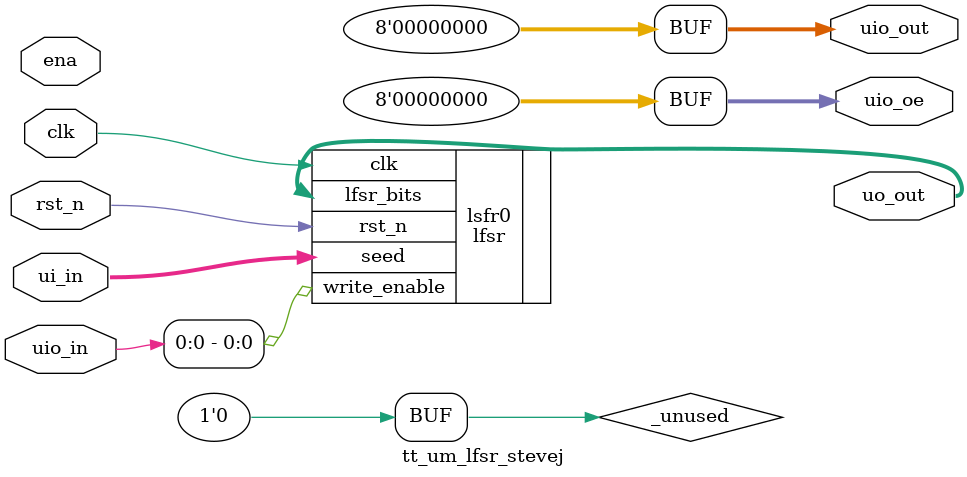
<source format=v>
/*
 * Copyright (c) 2024 Your Name
 * SPDX-License-Identifier: Apache-2.0
 */

`default_nettype none

`include "lfsr.sv"

module tt_um_lfsr_stevej (
    input  wire [7:0] ui_in,    // Dedicated inputs
    output wire [7:0] uo_out,   // Dedicated outputs
    input  wire [7:0] uio_in,   // IOs: Input path
    output wire [7:0] uio_out,  // IOs: Output path
    output wire [7:0] uio_oe,   // IOs: Enable path (active high: 0=input, 1=output)
    input  wire       ena,      // always 1 when the design is powered, so you can ignore it
    input  wire       clk,      // clock
    input  wire       rst_n     // reset_n - low to reset
);

  // All output pins must be assigned. If not used, assign to 0.
  assign uio_out = 0;
  assign uio_oe  = 0;

  lfsr lsfr0 (
    .clk(clk),
    .rst_n(rst_n),
    .write_enable(uio_in[0]),
    .seed(ui_in[7:0]),
    .lfsr_bits(uo_out[7:0])
  );

  // List all unused inputs to prevent warnings
  wire _unused = &{ena, clk, rst_n, 1'b0};

endmodule

</source>
